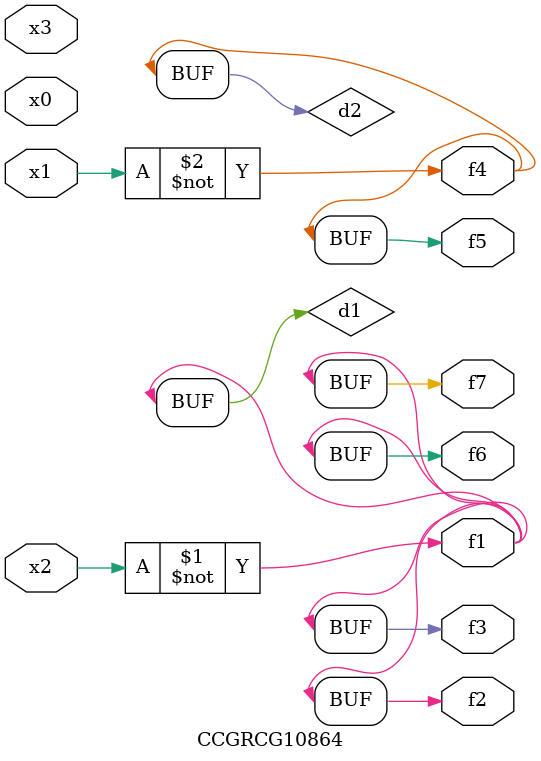
<source format=v>
module CCGRCG10864(
	input x0, x1, x2, x3,
	output f1, f2, f3, f4, f5, f6, f7
);

	wire d1, d2;

	xnor (d1, x2);
	not (d2, x1);
	assign f1 = d1;
	assign f2 = d1;
	assign f3 = d1;
	assign f4 = d2;
	assign f5 = d2;
	assign f6 = d1;
	assign f7 = d1;
endmodule

</source>
